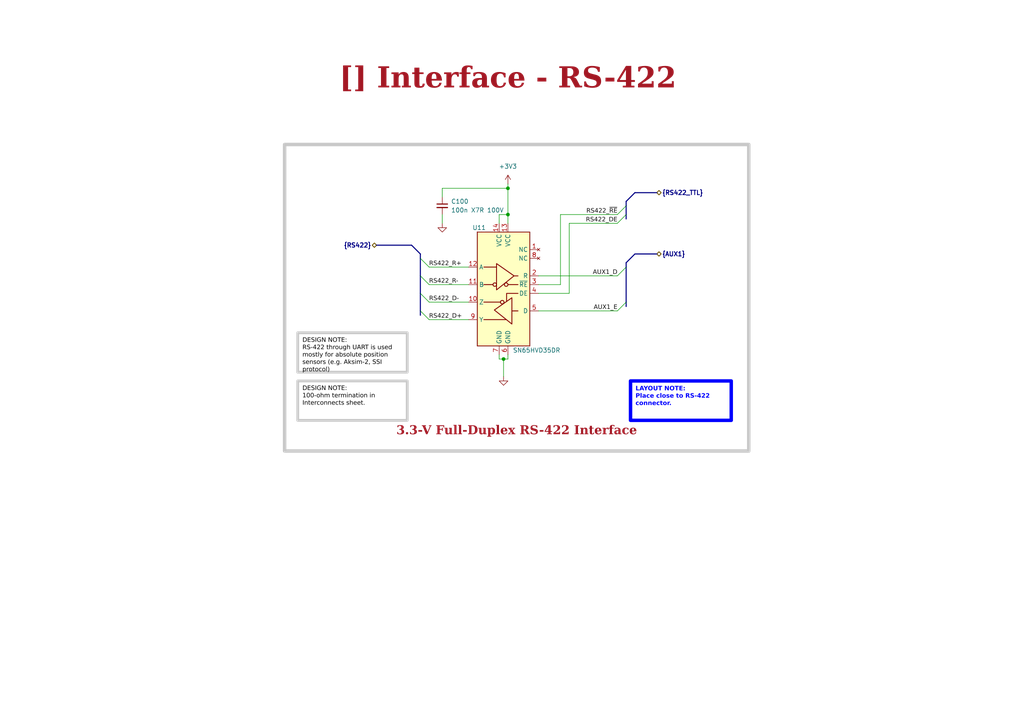
<source format=kicad_sch>
(kicad_sch (version 20230121) (generator eeschema)
  (paper "A4")
  (title_block (title "Interface - RS-422") (date "2023-10-15") (rev "${REVISION}") (company "${COMPANY}"))
  (lib_symbols
    (symbol "0_interface_uart:SN65HVD35DR"
      (property "Reference" "U" (at -7.62 19.05 0))
      (property "Value" "SN65HVD35DR" (at 10.16 -16.51 0))
      (symbol "SN65HVD35DR_0_1"
        (rectangle (start -7.62 17.78) (end 7.62 -15.24) (stroke (width 0.254)) (fill (type background)))
      )
      (symbol "SN65HVD35DR_1_1"
        (circle (center -0.762 2.54) (radius 0.508) (stroke (width 0.254)))
        (polyline (pts (xy -4.191 2.54) (xy -1.27 2.54)) (stroke (width 0.254)))
        (polyline (pts (xy -2.54 -5.08) (xy -4.191 -5.08)) (stroke (width 0.254)))
        (polyline (pts (xy -0.635 -7.62) (xy 5.715 -7.62)) (stroke (width 0.254)))
        (polyline (pts (xy 0.889 -2.54) (xy 5.715 -2.54)) (stroke (width 0.254)))
        (polyline (pts (xy 2.032 7.62) (xy 5.715 7.62)) (stroke (width 0.254)))
        (polyline (pts (xy 3.048 2.54) (xy 5.715 2.54)) (stroke (width 0.254)))
        (polyline (pts (xy -4.191 0) (xy -0.889 0) (xy -0.889 -2.286)) (stroke (width 0.254)))
        (polyline (pts (xy -3.175 5.08) (xy -4.191 5.08) (xy -4.064 5.08)) (stroke (width 0.254)))
        (polyline (pts (xy -2.413 -5.08) (xy -2.413 -1.27) (xy 2.667 -4.826) (xy -2.413 -8.89) (xy -2.413 -5.08)) (stroke (width 0.254)))
        (polyline (pts (xy 2.032 4.826) (xy 2.032 8.636) (xy -3.048 5.08) (xy 2.032 1.016) (xy 2.032 4.826)) (stroke (width 0.254)))
        (circle (center 0.381 -2.54) (radius 0.508) (stroke (width 0.254)))
        (circle (center 2.54 2.54) (radius 0.508) (stroke (width 0.254)))
        (pin no_connect line (at -10.16 12.7 0) (length 2.54) (name "NC") (number "1"))
        (pin output line (at 10.16 -2.54 180) (length 2.54) (name "Z") (number "10"))
        (pin input line (at 10.16 2.54 180) (length 2.54) (name "B") (number "11"))
        (pin input line (at 10.16 7.62 180) (length 2.54) (name "A") (number "12"))
        (pin power_in line (at -1.27 20.32 270) (length 2.54) (name "VCC") (number "13"))
        (pin power_in line (at 1.27 20.32 270) (length 2.54) (name "VCC") (number "14"))
        (pin output line (at -10.16 5.08 0) (length 2.54) (name "R") (number "2"))
        (pin input line (at -10.16 2.54 0) (length 2.54) (name "~{RE}") (number "3"))
        (pin input line (at -10.16 0 0) (length 2.54) (name "DE") (number "4"))
        (pin input line (at -10.16 -5.08 0) (length 2.54) (name "D") (number "5"))
        (pin power_in line (at -1.27 -17.78 90) (length 2.54) (name "GND") (number "6"))
        (pin power_in line (at 1.27 -17.78 90) (length 2.54) (name "GND") (number "7"))
        (pin no_connect line (at -10.16 10.16 0) (length 2.54) (name "NC") (number "8"))
        (pin output line (at 10.16 -7.62 180) (length 2.54) (name "Y") (number "9"))
      )
    )
    (symbol "Device:C_Small" (pin_numbers hide) (pin_names (offset 0.254) hide)
      (property "Reference" "C" (at 0.254 1.778 0))
      (property "Value" "C_Small" (at 0.254 -2.032 0))
      (symbol "C_Small_0_1"
        (polyline (pts (xy -1.524 -0.508) (xy 1.524 -0.508)) (stroke (width 0.3302)))
        (polyline (pts (xy -1.524 0.508) (xy 1.524 0.508)) (stroke (width 0.3048)))
      )
      (symbol "C_Small_1_1"
        (pin passive line (at 0 2.54 270) (length 2.032) (name "~") (number "1"))
        (pin passive line (at 0 -2.54 90) (length 2.032) (name "~") (number "2"))
      )
    )
    (symbol "power:+3V3" (power) (pin_names (offset 0))
      (property "Value" "+3V3" (at 0 3.556 0))
      (symbol "+3V3_0_1"
        (polyline (pts (xy -0.762 1.27) (xy 0 2.54)))
        (polyline (pts (xy 0 0) (xy 0 2.54)))
        (polyline (pts (xy 0 2.54) (xy 0.762 1.27)))
      )
      (symbol "+3V3_1_1"
        (pin power_in line (at 0 0 90) (length 0) hide (name "+3V3") (number "1"))
      )
    )
    (symbol "power:GND" (power) (pin_names (offset 0))
      (property "Value" "GND" (at 0 -3.81 0))
      (symbol "GND_0_1"
        (polyline (pts (xy 0 0) (xy 0 -1.27) (xy 1.27 -1.27) (xy 0 -2.54) (xy -1.27 -1.27) (xy 0 -1.27)))
      )
      (symbol "GND_1_1"
        (pin power_in line (at 0 0 270) (length 0) hide (name "GND") (number "1"))
      )
    )
  )
  (junction (at 146.05 104.14))
  (junction (at 147.32 54.61))
  (junction (at 147.32 62.23))
  (bus_entry (at 179.07 90.17) (size 2.54 -2.54))
  (bus_entry (at 179.07 64.77) (size 2.54 -2.54))
  (bus_entry (at 179.07 62.23) (size 2.54 -2.54))
  (bus_entry (at 121.92 90.17) (size 2.54 2.54))
  (bus_entry (at 121.92 80.01) (size 2.54 2.54))
  (bus_entry (at 121.92 74.93) (size 2.54 2.54))
  (bus_entry (at 179.07 80.01) (size 2.54 -2.54))
  (bus_entry (at 121.92 85.09) (size 2.54 2.54))
  (wire (pts (xy 146.05 104.14) (xy 147.32 104.14)))
  (wire (pts (xy 147.32 54.61) (xy 147.32 62.23)))
  (wire (pts (xy 124.46 92.71) (xy 135.89 92.71)))
  (bus (pts (xy 184.15 73.66) (xy 181.61 76.2)))
  (wire (pts (xy 124.46 82.55) (xy 135.89 82.55)))
  (bus (pts (xy 181.61 87.63) (xy 181.61 88.9)))
  (wire (pts (xy 144.78 104.14) (xy 144.78 102.87)))
  (wire (pts (xy 144.78 62.23) (xy 144.78 64.77)))
  (bus (pts (xy 121.92 80.01) (xy 121.92 85.09)))
  (bus (pts (xy 121.92 73.66) (xy 121.92 74.93)))
  (wire (pts (xy 156.21 80.01) (xy 179.07 80.01)))
  (bus (pts (xy 121.92 74.93) (xy 121.92 80.01)))
  (bus (pts (xy 119.38 71.12) (xy 121.92 73.66)))
  (bus (pts (xy 109.22 71.12) (xy 119.38 71.12)))
  (bus (pts (xy 181.61 76.2) (xy 181.61 77.47)))
  (bus (pts (xy 181.61 62.23) (xy 181.61 63.5)))
  (wire (pts (xy 128.27 64.77) (xy 128.27 62.23)))
  (wire (pts (xy 128.27 54.61) (xy 147.32 54.61)))
  (wire (pts (xy 147.32 62.23) (xy 147.32 64.77)))
  (wire (pts (xy 165.1 85.09) (xy 156.21 85.09)))
  (wire (pts (xy 128.27 57.15) (xy 128.27 54.61)))
  (bus (pts (xy 181.61 59.69) (xy 181.61 62.23)))
  (wire (pts (xy 124.46 87.63) (xy 135.89 87.63)))
  (bus (pts (xy 184.15 55.88) (xy 181.61 58.42)))
  (wire (pts (xy 162.56 82.55) (xy 162.56 62.23)))
  (wire (pts (xy 124.46 77.47) (xy 135.89 77.47)))
  (bus (pts (xy 184.15 73.66) (xy 190.5 73.66)))
  (bus (pts (xy 121.92 90.17) (xy 121.92 91.44)))
  (wire (pts (xy 165.1 64.77) (xy 179.07 64.77)))
  (wire (pts (xy 147.32 102.87) (xy 147.32 104.14)))
  (wire (pts (xy 162.56 62.23) (xy 179.07 62.23)))
  (wire (pts (xy 165.1 64.77) (xy 165.1 85.09)))
  (wire (pts (xy 156.21 90.17) (xy 179.07 90.17)))
  (bus (pts (xy 121.92 85.09) (xy 121.92 90.17)))
  (wire (pts (xy 144.78 62.23) (xy 147.32 62.23)))
  (bus (pts (xy 184.15 55.88) (xy 190.5 55.88)))
  (wire (pts (xy 156.21 82.55) (xy 162.56 82.55)))
  (bus (pts (xy 181.61 77.47) (xy 181.61 87.63)))
  (bus (pts (xy 181.61 58.42) (xy 181.61 59.69)))
  (wire (pts (xy 147.32 53.34) (xy 147.32 54.61)))
  (wire (pts (xy 146.05 104.14) (xy 144.78 104.14)))
  (wire (pts (xy 146.05 109.22) (xy 146.05 104.14)))
  (rectangle (start 82.55 41.91) (end 217.17 130.81) (stroke (width 1) (color 200 200 200 1)))
  (text_box "LAYOUT NOTE:\nPlace close to RS-422 connector." (at 182.88 110.49 0) (size 29.21 11.43) (stroke (width 1) (color 0 0 255 1)) (effects (font (size 1.27 1.27) (thickness 0.4) bold) (justify left top)))
  (text_box "DESIGN NOTE:\nRS-422 through UART is used mostly for absolute position sensors (e.g. Aksim-2, SSI protocol)" (at 86.36 96.52 0) (size 31.75 11.43) (stroke (width 0.8) (color 200 200 200 1)) (effects (font (size 1.27 1.27)) (justify left top)))
  (text_box "DESIGN NOTE:\n100-ohm termination in Interconnects sheet." (at 86.36 110.49 0) (size 31.75 11.43) (stroke (width 0.8) (color 200 200 200 1)) (effects (font (size 1.27 1.27)) (justify left top)))
  (text_box "3.3-V Full-Duplex RS-422 Interface" (at 83.82 119.38 0) (size 132.08 8.89) (stroke (width -0.0001)) (effects (font (size 2.54 2.54) (thickness 0.508) bold) (justify bottom)))
  (text_box "[${#}] ${TITLE}" (at 78.74 16.51 0) (size 137.16 12.7) (stroke (width -0.0001)) (effects (font (size 6 6) (thickness 1.2) bold)))
  (label "RS422_~{RE}" (at 179.07 62.23 180))
  (label "RS422_D-" (at 124.46 87.63 0))
  (label "RS422_D+" (at 124.46 92.71 0))
  (label "RS422_R+" (at 124.46 77.47 0))
  (label "AUX1_E" (at 179.07 90.17 180))
  (label "AUX1_D" (at 179.07 80.01 180))
  (label "RS422_DE" (at 179.07 64.77 180))
  (label "RS422_R-" (at 124.46 82.55 0))
  (hierarchical_label "{RS422}" (shape bidirectional) (at 109.22 71.12 180) (effects (font bold)))
  (hierarchical_label "{AUX1}" (shape bidirectional) (at 190.5 73.66 0) (effects (font bold)))
  (hierarchical_label "{RS422_TTL}" (shape bidirectional) (at 190.5 55.88 0) (effects (font bold)))
  (symbol (lib_id "power:+3V3") (at 147.32 53.34 0) (unit 1)
    (property "Reference" "#PWR052" (effects hide))
    (property "Value" "+3V3" (at 147.32 48.26 0))
  )
  (symbol (lib_id "Device:C_Small") (at 128.27 59.69 0) (unit 1)
    (property "Reference" "C100" (at 130.81 58.4263 0) (effects (justify left)))
    (property "Value" "100n X7R 100V" (at 130.81 60.9663 0) (effects (justify left)))
    (property "Footprint" "0_capacitor_smd:C_0402_1005_DensityHigh" (effects hide))
  )
  (symbol (lib_id "power:GND") (at 128.27 64.77 0) (unit 1)
    (property "Reference" "#PWR050" (effects hide))
    (property "Value" "GND" (effects hide))
  )
  (symbol (lib_id "power:GND") (at 146.05 109.22 0) (unit 1)
    (property "Reference" "#PWR051" (effects hide))
    (property "Value" "GND" (effects hide))
  )
  (symbol (lib_id "0_interface_uart:SN65HVD35DR") (at 146.05 85.09 0) (mirror y) (unit 1)
    (property "Reference" "U11" (at 140.97 66.04 0) (effects (justify left)))
    (property "Value" "SN65HVD35DR" (at 162.56 101.6 0) (effects (justify left)))
    (property "Footprint" "0_package_SO:SOIC-14 5.4mm" (effects hide))
    (property "Datasheet" "https://www.ti.com/lit/ds/symlink/sn65hvd30.pdf" (effects hide))
  )
)
</source>
